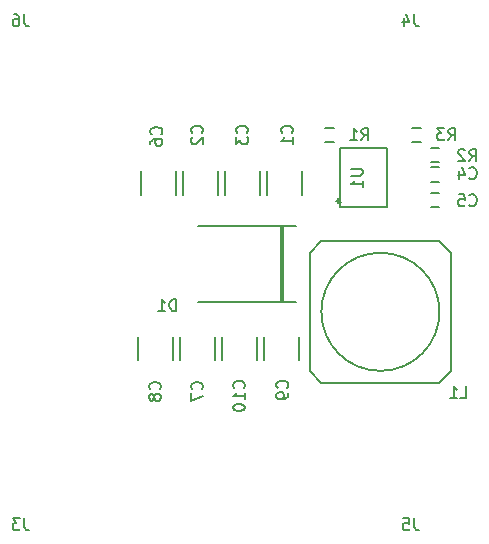
<source format=gbr>
G04 #@! TF.GenerationSoftware,KiCad,Pcbnew,(2017-08-08 revision 53204e097)-makepkg*
G04 #@! TF.CreationDate,2017-11-28T10:39:20+01:00*
G04 #@! TF.ProjectId,LMR1405001A,4C4D5231343035303031412E6B696361,rev?*
G04 #@! TF.SameCoordinates,Original*
G04 #@! TF.FileFunction,Legend,Bot*
G04 #@! TF.FilePolarity,Positive*
%FSLAX46Y46*%
G04 Gerber Fmt 4.6, Leading zero omitted, Abs format (unit mm)*
G04 Created by KiCad (PCBNEW (2017-08-08 revision 53204e097)-makepkg) date 11/28/17 10:39:20*
%MOMM*%
%LPD*%
G01*
G04 APERTURE LIST*
%ADD10C,0.150000*%
G04 APERTURE END LIST*
D10*
X127557000Y-90916000D02*
X127557000Y-88916000D01*
X130507000Y-88916000D02*
X130507000Y-90916000D01*
X123395000Y-88916000D02*
X123395000Y-90916000D01*
X120445000Y-90916000D02*
X120445000Y-88916000D01*
X124001000Y-90916000D02*
X124001000Y-88916000D01*
X126951000Y-88916000D02*
X126951000Y-90916000D01*
X141445500Y-89817500D02*
X142145500Y-89817500D01*
X142145500Y-88617500D02*
X141445500Y-88617500D01*
X141445500Y-91976500D02*
X142145500Y-91976500D01*
X142145500Y-90776500D02*
X141445500Y-90776500D01*
X120191000Y-104949500D02*
X120191000Y-102949500D01*
X123141000Y-102949500D02*
X123141000Y-104949500D01*
X119585000Y-102949500D02*
X119585000Y-104949500D01*
X116635000Y-104949500D02*
X116635000Y-102949500D01*
X127303000Y-104949500D02*
X127303000Y-102949500D01*
X130253000Y-102949500D02*
X130253000Y-104949500D01*
X126697000Y-102949500D02*
X126697000Y-104949500D01*
X123747000Y-104949500D02*
X123747000Y-102949500D01*
X128722000Y-99974000D02*
X128722000Y-93574000D01*
X128822000Y-99974000D02*
X128722000Y-99974000D01*
X128822000Y-93574000D02*
X128822000Y-99974000D01*
X128922000Y-93574000D02*
X128922000Y-99974000D01*
X121722000Y-99974000D02*
X130022000Y-99974000D01*
X130022000Y-93574000D02*
X121722000Y-93574000D01*
X142161260Y-100838000D02*
G75*
G03X142161260Y-100838000I-5001260J0D01*
G01*
X137160000Y-94838520D02*
X132158740Y-94838520D01*
X132158740Y-94838520D02*
X131160520Y-95836740D01*
X131160520Y-95836740D02*
X131160520Y-105839260D01*
X131160520Y-105839260D02*
X132158740Y-106837480D01*
X132158740Y-106837480D02*
X142161260Y-106837480D01*
X142161260Y-106837480D02*
X143159480Y-105839260D01*
X143159480Y-105839260D02*
X143159480Y-95836740D01*
X143159480Y-95836740D02*
X142161260Y-94838520D01*
X142161260Y-94838520D02*
X137160000Y-94838520D01*
X132492000Y-86452000D02*
X133192000Y-86452000D01*
X133192000Y-85252000D02*
X132492000Y-85252000D01*
X141445500Y-88166500D02*
X142145500Y-88166500D01*
X142145500Y-86966500D02*
X141445500Y-86966500D01*
X140558000Y-85252000D02*
X139858000Y-85252000D01*
X139858000Y-86452000D02*
X140558000Y-86452000D01*
X133699500Y-91992000D02*
X137699500Y-91992000D01*
X133699500Y-86992000D02*
X133699500Y-91992000D01*
X137699500Y-86992000D02*
X133699500Y-86992000D01*
X137699500Y-91992000D02*
X137699500Y-86992000D01*
X116889000Y-90916000D02*
X116889000Y-88916000D01*
X119839000Y-88916000D02*
X119839000Y-90916000D01*
X129643142Y-85685333D02*
X129690761Y-85637714D01*
X129738380Y-85494857D01*
X129738380Y-85399619D01*
X129690761Y-85256761D01*
X129595523Y-85161523D01*
X129500285Y-85113904D01*
X129309809Y-85066285D01*
X129166952Y-85066285D01*
X128976476Y-85113904D01*
X128881238Y-85161523D01*
X128786000Y-85256761D01*
X128738380Y-85399619D01*
X128738380Y-85494857D01*
X128786000Y-85637714D01*
X128833619Y-85685333D01*
X129738380Y-86637714D02*
X129738380Y-86066285D01*
X129738380Y-86352000D02*
X128738380Y-86352000D01*
X128881238Y-86256761D01*
X128976476Y-86161523D01*
X129024095Y-86066285D01*
X122023142Y-85685333D02*
X122070761Y-85637714D01*
X122118380Y-85494857D01*
X122118380Y-85399619D01*
X122070761Y-85256761D01*
X121975523Y-85161523D01*
X121880285Y-85113904D01*
X121689809Y-85066285D01*
X121546952Y-85066285D01*
X121356476Y-85113904D01*
X121261238Y-85161523D01*
X121166000Y-85256761D01*
X121118380Y-85399619D01*
X121118380Y-85494857D01*
X121166000Y-85637714D01*
X121213619Y-85685333D01*
X121213619Y-86066285D02*
X121166000Y-86113904D01*
X121118380Y-86209142D01*
X121118380Y-86447238D01*
X121166000Y-86542476D01*
X121213619Y-86590095D01*
X121308857Y-86637714D01*
X121404095Y-86637714D01*
X121546952Y-86590095D01*
X122118380Y-86018666D01*
X122118380Y-86637714D01*
X125833142Y-85685333D02*
X125880761Y-85637714D01*
X125928380Y-85494857D01*
X125928380Y-85399619D01*
X125880761Y-85256761D01*
X125785523Y-85161523D01*
X125690285Y-85113904D01*
X125499809Y-85066285D01*
X125356952Y-85066285D01*
X125166476Y-85113904D01*
X125071238Y-85161523D01*
X124976000Y-85256761D01*
X124928380Y-85399619D01*
X124928380Y-85494857D01*
X124976000Y-85637714D01*
X125023619Y-85685333D01*
X124928380Y-86018666D02*
X124928380Y-86637714D01*
X125309333Y-86304380D01*
X125309333Y-86447238D01*
X125356952Y-86542476D01*
X125404571Y-86590095D01*
X125499809Y-86637714D01*
X125737904Y-86637714D01*
X125833142Y-86590095D01*
X125880761Y-86542476D01*
X125928380Y-86447238D01*
X125928380Y-86161523D01*
X125880761Y-86066285D01*
X125833142Y-86018666D01*
X144692666Y-89511142D02*
X144740285Y-89558761D01*
X144883142Y-89606380D01*
X144978380Y-89606380D01*
X145121238Y-89558761D01*
X145216476Y-89463523D01*
X145264095Y-89368285D01*
X145311714Y-89177809D01*
X145311714Y-89034952D01*
X145264095Y-88844476D01*
X145216476Y-88749238D01*
X145121238Y-88654000D01*
X144978380Y-88606380D01*
X144883142Y-88606380D01*
X144740285Y-88654000D01*
X144692666Y-88701619D01*
X143835523Y-88939714D02*
X143835523Y-89606380D01*
X144073619Y-88558761D02*
X144311714Y-89273047D01*
X143692666Y-89273047D01*
X144692666Y-91797142D02*
X144740285Y-91844761D01*
X144883142Y-91892380D01*
X144978380Y-91892380D01*
X145121238Y-91844761D01*
X145216476Y-91749523D01*
X145264095Y-91654285D01*
X145311714Y-91463809D01*
X145311714Y-91320952D01*
X145264095Y-91130476D01*
X145216476Y-91035238D01*
X145121238Y-90940000D01*
X144978380Y-90892380D01*
X144883142Y-90892380D01*
X144740285Y-90940000D01*
X144692666Y-90987619D01*
X143787904Y-90892380D02*
X144264095Y-90892380D01*
X144311714Y-91368571D01*
X144264095Y-91320952D01*
X144168857Y-91273333D01*
X143930761Y-91273333D01*
X143835523Y-91320952D01*
X143787904Y-91368571D01*
X143740285Y-91463809D01*
X143740285Y-91701904D01*
X143787904Y-91797142D01*
X143835523Y-91844761D01*
X143930761Y-91892380D01*
X144168857Y-91892380D01*
X144264095Y-91844761D01*
X144311714Y-91797142D01*
X122023142Y-107402333D02*
X122070761Y-107354714D01*
X122118380Y-107211857D01*
X122118380Y-107116619D01*
X122070761Y-106973761D01*
X121975523Y-106878523D01*
X121880285Y-106830904D01*
X121689809Y-106783285D01*
X121546952Y-106783285D01*
X121356476Y-106830904D01*
X121261238Y-106878523D01*
X121166000Y-106973761D01*
X121118380Y-107116619D01*
X121118380Y-107211857D01*
X121166000Y-107354714D01*
X121213619Y-107402333D01*
X121118380Y-107735666D02*
X121118380Y-108402333D01*
X122118380Y-107973761D01*
X118467142Y-107402333D02*
X118514761Y-107354714D01*
X118562380Y-107211857D01*
X118562380Y-107116619D01*
X118514761Y-106973761D01*
X118419523Y-106878523D01*
X118324285Y-106830904D01*
X118133809Y-106783285D01*
X117990952Y-106783285D01*
X117800476Y-106830904D01*
X117705238Y-106878523D01*
X117610000Y-106973761D01*
X117562380Y-107116619D01*
X117562380Y-107211857D01*
X117610000Y-107354714D01*
X117657619Y-107402333D01*
X117990952Y-107973761D02*
X117943333Y-107878523D01*
X117895714Y-107830904D01*
X117800476Y-107783285D01*
X117752857Y-107783285D01*
X117657619Y-107830904D01*
X117610000Y-107878523D01*
X117562380Y-107973761D01*
X117562380Y-108164238D01*
X117610000Y-108259476D01*
X117657619Y-108307095D01*
X117752857Y-108354714D01*
X117800476Y-108354714D01*
X117895714Y-108307095D01*
X117943333Y-108259476D01*
X117990952Y-108164238D01*
X117990952Y-107973761D01*
X118038571Y-107878523D01*
X118086190Y-107830904D01*
X118181428Y-107783285D01*
X118371904Y-107783285D01*
X118467142Y-107830904D01*
X118514761Y-107878523D01*
X118562380Y-107973761D01*
X118562380Y-108164238D01*
X118514761Y-108259476D01*
X118467142Y-108307095D01*
X118371904Y-108354714D01*
X118181428Y-108354714D01*
X118086190Y-108307095D01*
X118038571Y-108259476D01*
X117990952Y-108164238D01*
X129262142Y-107275333D02*
X129309761Y-107227714D01*
X129357380Y-107084857D01*
X129357380Y-106989619D01*
X129309761Y-106846761D01*
X129214523Y-106751523D01*
X129119285Y-106703904D01*
X128928809Y-106656285D01*
X128785952Y-106656285D01*
X128595476Y-106703904D01*
X128500238Y-106751523D01*
X128405000Y-106846761D01*
X128357380Y-106989619D01*
X128357380Y-107084857D01*
X128405000Y-107227714D01*
X128452619Y-107275333D01*
X129357380Y-107751523D02*
X129357380Y-107942000D01*
X129309761Y-108037238D01*
X129262142Y-108084857D01*
X129119285Y-108180095D01*
X128928809Y-108227714D01*
X128547857Y-108227714D01*
X128452619Y-108180095D01*
X128405000Y-108132476D01*
X128357380Y-108037238D01*
X128357380Y-107846761D01*
X128405000Y-107751523D01*
X128452619Y-107703904D01*
X128547857Y-107656285D01*
X128785952Y-107656285D01*
X128881190Y-107703904D01*
X128928809Y-107751523D01*
X128976428Y-107846761D01*
X128976428Y-108037238D01*
X128928809Y-108132476D01*
X128881190Y-108180095D01*
X128785952Y-108227714D01*
X125579142Y-107307142D02*
X125626761Y-107259523D01*
X125674380Y-107116666D01*
X125674380Y-107021428D01*
X125626761Y-106878571D01*
X125531523Y-106783333D01*
X125436285Y-106735714D01*
X125245809Y-106688095D01*
X125102952Y-106688095D01*
X124912476Y-106735714D01*
X124817238Y-106783333D01*
X124722000Y-106878571D01*
X124674380Y-107021428D01*
X124674380Y-107116666D01*
X124722000Y-107259523D01*
X124769619Y-107307142D01*
X125674380Y-108259523D02*
X125674380Y-107688095D01*
X125674380Y-107973809D02*
X124674380Y-107973809D01*
X124817238Y-107878571D01*
X124912476Y-107783333D01*
X124960095Y-107688095D01*
X124674380Y-108878571D02*
X124674380Y-108973809D01*
X124722000Y-109069047D01*
X124769619Y-109116666D01*
X124864857Y-109164285D01*
X125055333Y-109211904D01*
X125293428Y-109211904D01*
X125483904Y-109164285D01*
X125579142Y-109116666D01*
X125626761Y-109069047D01*
X125674380Y-108973809D01*
X125674380Y-108878571D01*
X125626761Y-108783333D01*
X125579142Y-108735714D01*
X125483904Y-108688095D01*
X125293428Y-108640476D01*
X125055333Y-108640476D01*
X124864857Y-108688095D01*
X124769619Y-108735714D01*
X124722000Y-108783333D01*
X124674380Y-108878571D01*
X119864095Y-100782380D02*
X119864095Y-99782380D01*
X119626000Y-99782380D01*
X119483142Y-99830000D01*
X119387904Y-99925238D01*
X119340285Y-100020476D01*
X119292666Y-100210952D01*
X119292666Y-100353809D01*
X119340285Y-100544285D01*
X119387904Y-100639523D01*
X119483142Y-100734761D01*
X119626000Y-100782380D01*
X119864095Y-100782380D01*
X118340285Y-100782380D02*
X118911714Y-100782380D01*
X118626000Y-100782380D02*
X118626000Y-99782380D01*
X118721238Y-99925238D01*
X118816476Y-100020476D01*
X118911714Y-100068095D01*
X143930666Y-108148380D02*
X144406857Y-108148380D01*
X144406857Y-107148380D01*
X143073523Y-108148380D02*
X143644952Y-108148380D01*
X143359238Y-108148380D02*
X143359238Y-107148380D01*
X143454476Y-107291238D01*
X143549714Y-107386476D01*
X143644952Y-107434095D01*
X135548666Y-86304380D02*
X135882000Y-85828190D01*
X136120095Y-86304380D02*
X136120095Y-85304380D01*
X135739142Y-85304380D01*
X135643904Y-85352000D01*
X135596285Y-85399619D01*
X135548666Y-85494857D01*
X135548666Y-85637714D01*
X135596285Y-85732952D01*
X135643904Y-85780571D01*
X135739142Y-85828190D01*
X136120095Y-85828190D01*
X134596285Y-86304380D02*
X135167714Y-86304380D01*
X134882000Y-86304380D02*
X134882000Y-85304380D01*
X134977238Y-85447238D01*
X135072476Y-85542476D01*
X135167714Y-85590095D01*
X144692666Y-88082380D02*
X145026000Y-87606190D01*
X145264095Y-88082380D02*
X145264095Y-87082380D01*
X144883142Y-87082380D01*
X144787904Y-87130000D01*
X144740285Y-87177619D01*
X144692666Y-87272857D01*
X144692666Y-87415714D01*
X144740285Y-87510952D01*
X144787904Y-87558571D01*
X144883142Y-87606190D01*
X145264095Y-87606190D01*
X144311714Y-87177619D02*
X144264095Y-87130000D01*
X144168857Y-87082380D01*
X143930761Y-87082380D01*
X143835523Y-87130000D01*
X143787904Y-87177619D01*
X143740285Y-87272857D01*
X143740285Y-87368095D01*
X143787904Y-87510952D01*
X144359333Y-88082380D01*
X143740285Y-88082380D01*
X142914666Y-86304380D02*
X143248000Y-85828190D01*
X143486095Y-86304380D02*
X143486095Y-85304380D01*
X143105142Y-85304380D01*
X143009904Y-85352000D01*
X142962285Y-85399619D01*
X142914666Y-85494857D01*
X142914666Y-85637714D01*
X142962285Y-85732952D01*
X143009904Y-85780571D01*
X143105142Y-85828190D01*
X143486095Y-85828190D01*
X142581333Y-85304380D02*
X141962285Y-85304380D01*
X142295619Y-85685333D01*
X142152761Y-85685333D01*
X142057523Y-85732952D01*
X142009904Y-85780571D01*
X141962285Y-85875809D01*
X141962285Y-86113904D01*
X142009904Y-86209142D01*
X142057523Y-86256761D01*
X142152761Y-86304380D01*
X142438476Y-86304380D01*
X142533714Y-86256761D01*
X142581333Y-86209142D01*
X134651880Y-88730095D02*
X135461404Y-88730095D01*
X135556642Y-88777714D01*
X135604261Y-88825333D01*
X135651880Y-88920571D01*
X135651880Y-89111047D01*
X135604261Y-89206285D01*
X135556642Y-89253904D01*
X135461404Y-89301523D01*
X134651880Y-89301523D01*
X135651880Y-90301523D02*
X135651880Y-89730095D01*
X135651880Y-90015809D02*
X134651880Y-90015809D01*
X134794738Y-89920571D01*
X134889976Y-89825333D01*
X134937595Y-89730095D01*
X133386580Y-91422400D02*
X133624676Y-91422400D01*
X133529438Y-91184304D02*
X133624676Y-91422400D01*
X133529438Y-91660495D01*
X133815152Y-91279542D02*
X133624676Y-91422400D01*
X133815152Y-91565257D01*
X118594142Y-85812333D02*
X118641761Y-85764714D01*
X118689380Y-85621857D01*
X118689380Y-85526619D01*
X118641761Y-85383761D01*
X118546523Y-85288523D01*
X118451285Y-85240904D01*
X118260809Y-85193285D01*
X118117952Y-85193285D01*
X117927476Y-85240904D01*
X117832238Y-85288523D01*
X117737000Y-85383761D01*
X117689380Y-85526619D01*
X117689380Y-85621857D01*
X117737000Y-85764714D01*
X117784619Y-85812333D01*
X117689380Y-86669476D02*
X117689380Y-86479000D01*
X117737000Y-86383761D01*
X117784619Y-86336142D01*
X117927476Y-86240904D01*
X118117952Y-86193285D01*
X118498904Y-86193285D01*
X118594142Y-86240904D01*
X118641761Y-86288523D01*
X118689380Y-86383761D01*
X118689380Y-86574238D01*
X118641761Y-86669476D01*
X118594142Y-86717095D01*
X118498904Y-86764714D01*
X118260809Y-86764714D01*
X118165571Y-86717095D01*
X118117952Y-86669476D01*
X118070333Y-86574238D01*
X118070333Y-86383761D01*
X118117952Y-86288523D01*
X118165571Y-86240904D01*
X118260809Y-86193285D01*
X107013333Y-118324380D02*
X107013333Y-119038666D01*
X107060952Y-119181523D01*
X107156190Y-119276761D01*
X107299047Y-119324380D01*
X107394285Y-119324380D01*
X106632380Y-118324380D02*
X106013333Y-118324380D01*
X106346666Y-118705333D01*
X106203809Y-118705333D01*
X106108571Y-118752952D01*
X106060952Y-118800571D01*
X106013333Y-118895809D01*
X106013333Y-119133904D01*
X106060952Y-119229142D01*
X106108571Y-119276761D01*
X106203809Y-119324380D01*
X106489523Y-119324380D01*
X106584761Y-119276761D01*
X106632380Y-119229142D01*
X140033333Y-75652380D02*
X140033333Y-76366666D01*
X140080952Y-76509523D01*
X140176190Y-76604761D01*
X140319047Y-76652380D01*
X140414285Y-76652380D01*
X139128571Y-75985714D02*
X139128571Y-76652380D01*
X139366666Y-75604761D02*
X139604761Y-76319047D01*
X138985714Y-76319047D01*
X140033333Y-118324380D02*
X140033333Y-119038666D01*
X140080952Y-119181523D01*
X140176190Y-119276761D01*
X140319047Y-119324380D01*
X140414285Y-119324380D01*
X139080952Y-118324380D02*
X139557142Y-118324380D01*
X139604761Y-118800571D01*
X139557142Y-118752952D01*
X139461904Y-118705333D01*
X139223809Y-118705333D01*
X139128571Y-118752952D01*
X139080952Y-118800571D01*
X139033333Y-118895809D01*
X139033333Y-119133904D01*
X139080952Y-119229142D01*
X139128571Y-119276761D01*
X139223809Y-119324380D01*
X139461904Y-119324380D01*
X139557142Y-119276761D01*
X139604761Y-119229142D01*
X107013333Y-75652380D02*
X107013333Y-76366666D01*
X107060952Y-76509523D01*
X107156190Y-76604761D01*
X107299047Y-76652380D01*
X107394285Y-76652380D01*
X106108571Y-75652380D02*
X106299047Y-75652380D01*
X106394285Y-75700000D01*
X106441904Y-75747619D01*
X106537142Y-75890476D01*
X106584761Y-76080952D01*
X106584761Y-76461904D01*
X106537142Y-76557142D01*
X106489523Y-76604761D01*
X106394285Y-76652380D01*
X106203809Y-76652380D01*
X106108571Y-76604761D01*
X106060952Y-76557142D01*
X106013333Y-76461904D01*
X106013333Y-76223809D01*
X106060952Y-76128571D01*
X106108571Y-76080952D01*
X106203809Y-76033333D01*
X106394285Y-76033333D01*
X106489523Y-76080952D01*
X106537142Y-76128571D01*
X106584761Y-76223809D01*
M02*

</source>
